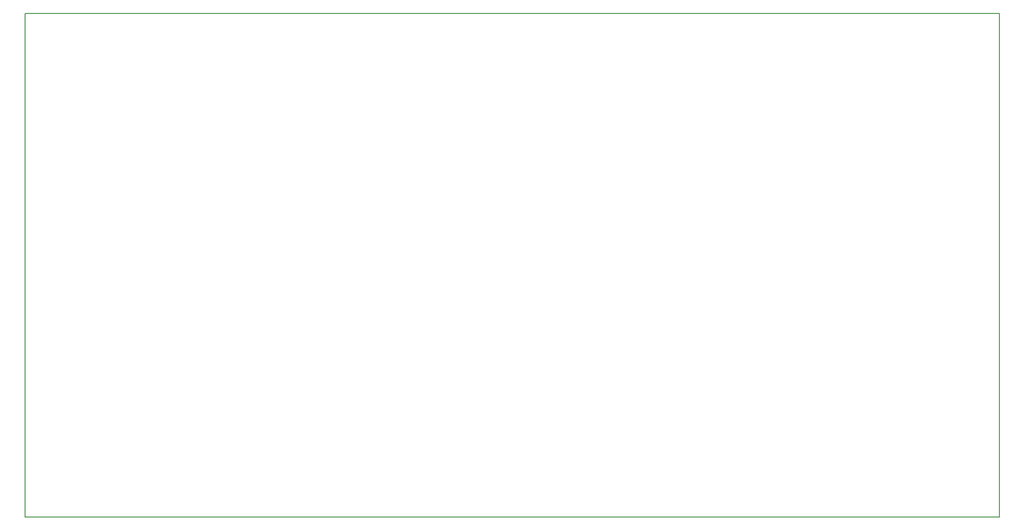
<source format=gbr>
G04 #@! TF.FileFunction,Other,User*
%FSLAX46Y46*%
G04 Gerber Fmt 4.6, Leading zero omitted, Abs format (unit mm)*
G04 Created by KiCad (PCBNEW no-vcs-found-product) date Thu Sep 29 15:35:14 2016*
%MOMM*%
%LPD*%
G01*
G04 APERTURE LIST*
%ADD10C,0.050000*%
%ADD11C,0.200000*%
G04 APERTURE END LIST*
D10*
D11*
X59690000Y-142240000D02*
X59690000Y-50292000D01*
X237490000Y-142240000D02*
X59690000Y-142240000D01*
X237490000Y-50292000D02*
X237490000Y-142240000D01*
X59690000Y-50292000D02*
X237490000Y-50292000D01*
M02*

</source>
